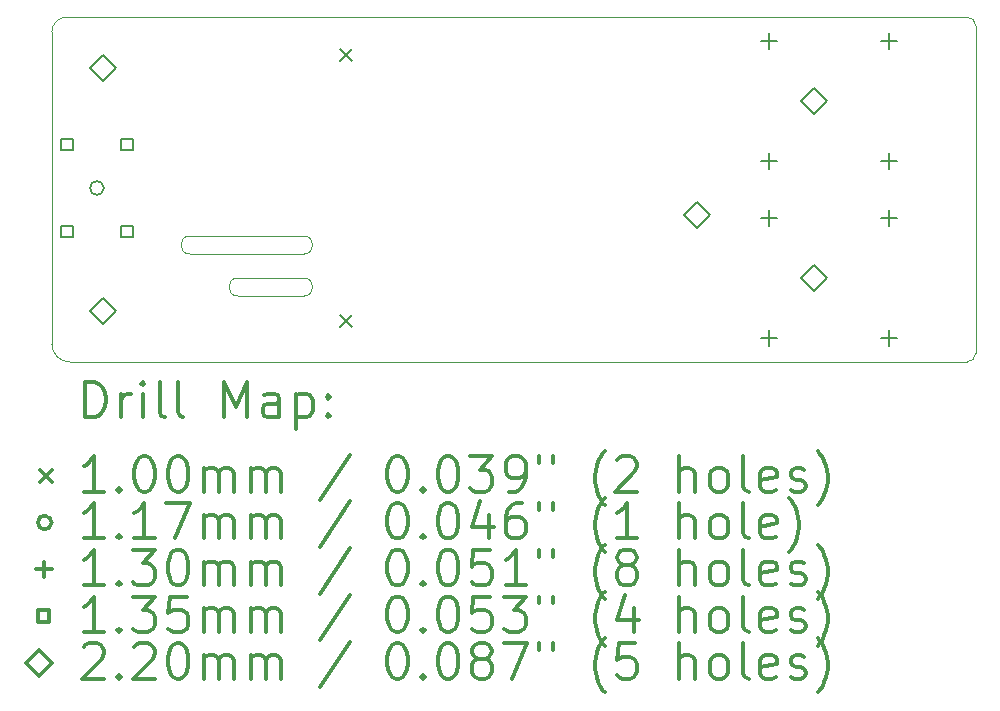
<source format=gbr>
%FSLAX45Y45*%
G04 Gerber Fmt 4.5, Leading zero omitted, Abs format (unit mm)*
G04 Created by KiCad (PCBNEW (5.1.6-0)) date 2022-02-03 18:07:15*
%MOMM*%
%LPD*%
G01*
G04 APERTURE LIST*
%TA.AperFunction,Profile*%
%ADD10C,0.050000*%
%TD*%
%ADD11C,0.200000*%
%ADD12C,0.300000*%
G04 APERTURE END LIST*
D10*
X11760200Y-9804400D02*
X11201400Y-9804400D01*
X11201400Y-9652000D02*
X11760200Y-9652000D01*
X11760200Y-9652000D02*
G75*
G02*
X11760200Y-9804400I0J-76200D01*
G01*
X11201400Y-9804400D02*
G75*
G02*
X11201400Y-9652000I0J76200D01*
G01*
X11760200Y-9296400D02*
G75*
G02*
X11760200Y-9448800I0J-76200D01*
G01*
X10795000Y-9448800D02*
G75*
G02*
X10795000Y-9296400I0J76200D01*
G01*
X11760200Y-9448800D02*
X10795000Y-9448800D01*
X10795000Y-9296400D02*
X11760200Y-9296400D01*
X9626600Y-7569200D02*
G75*
G02*
X9753600Y-7442200I127000J0D01*
G01*
X9779000Y-10363200D02*
G75*
G02*
X9626600Y-10210800I0J152400D01*
G01*
X17373600Y-7442200D02*
G75*
G02*
X17449800Y-7518400I0J-76200D01*
G01*
X17449800Y-10287000D02*
G75*
G02*
X17373600Y-10363200I-76200J0D01*
G01*
X9626600Y-7569200D02*
X9626600Y-10210800D01*
X17449800Y-7518400D02*
X17449800Y-10287000D01*
X9753600Y-7442200D02*
X17373600Y-7442200D01*
X17373600Y-10363200D02*
X9779000Y-10363200D01*
D11*
X12069000Y-7715000D02*
X12169000Y-7815000D01*
X12169000Y-7715000D02*
X12069000Y-7815000D01*
X12069000Y-9965000D02*
X12169000Y-10065000D01*
X12169000Y-9965000D02*
X12069000Y-10065000D01*
X10066100Y-8890000D02*
G75*
G03*
X10066100Y-8890000I-58500J0D01*
G01*
X15698200Y-7580400D02*
X15698200Y-7710400D01*
X15633200Y-7645400D02*
X15763200Y-7645400D01*
X15698200Y-8596400D02*
X15698200Y-8726400D01*
X15633200Y-8661400D02*
X15763200Y-8661400D01*
X16714200Y-7580400D02*
X16714200Y-7710400D01*
X16649200Y-7645400D02*
X16779200Y-7645400D01*
X16714200Y-8596400D02*
X16714200Y-8726400D01*
X16649200Y-8661400D02*
X16779200Y-8661400D01*
X15698200Y-9079000D02*
X15698200Y-9209000D01*
X15633200Y-9144000D02*
X15763200Y-9144000D01*
X15698200Y-10095000D02*
X15698200Y-10225000D01*
X15633200Y-10160000D02*
X15763200Y-10160000D01*
X16714200Y-9079000D02*
X16714200Y-9209000D01*
X16649200Y-9144000D02*
X16779200Y-9144000D01*
X16714200Y-10095000D02*
X16714200Y-10225000D01*
X16649200Y-10160000D02*
X16779200Y-10160000D01*
X9801330Y-8567730D02*
X9801330Y-8472270D01*
X9705870Y-8472270D01*
X9705870Y-8567730D01*
X9801330Y-8567730D01*
X9801330Y-9307730D02*
X9801330Y-9212270D01*
X9705870Y-9212270D01*
X9705870Y-9307730D01*
X9801330Y-9307730D01*
X10309330Y-8567730D02*
X10309330Y-8472270D01*
X10213870Y-8472270D01*
X10213870Y-8567730D01*
X10309330Y-8567730D01*
X10309330Y-9307730D02*
X10309330Y-9212270D01*
X10213870Y-9212270D01*
X10213870Y-9307730D01*
X10309330Y-9307730D01*
X10058400Y-10041400D02*
X10168400Y-9931400D01*
X10058400Y-9821400D01*
X9948400Y-9931400D01*
X10058400Y-10041400D01*
X10058400Y-7984000D02*
X10168400Y-7874000D01*
X10058400Y-7764000D01*
X9948400Y-7874000D01*
X10058400Y-7984000D01*
X15087600Y-9228600D02*
X15197600Y-9118600D01*
X15087600Y-9008600D01*
X14977600Y-9118600D01*
X15087600Y-9228600D01*
X16078200Y-8263400D02*
X16188200Y-8153400D01*
X16078200Y-8043400D01*
X15968200Y-8153400D01*
X16078200Y-8263400D01*
X16078200Y-9762000D02*
X16188200Y-9652000D01*
X16078200Y-9542000D01*
X15968200Y-9652000D01*
X16078200Y-9762000D01*
D12*
X9910528Y-10831414D02*
X9910528Y-10531414D01*
X9981957Y-10531414D01*
X10024814Y-10545700D01*
X10053386Y-10574272D01*
X10067671Y-10602843D01*
X10081957Y-10659986D01*
X10081957Y-10702843D01*
X10067671Y-10759986D01*
X10053386Y-10788557D01*
X10024814Y-10817129D01*
X9981957Y-10831414D01*
X9910528Y-10831414D01*
X10210528Y-10831414D02*
X10210528Y-10631414D01*
X10210528Y-10688557D02*
X10224814Y-10659986D01*
X10239100Y-10645700D01*
X10267671Y-10631414D01*
X10296243Y-10631414D01*
X10396243Y-10831414D02*
X10396243Y-10631414D01*
X10396243Y-10531414D02*
X10381957Y-10545700D01*
X10396243Y-10559986D01*
X10410528Y-10545700D01*
X10396243Y-10531414D01*
X10396243Y-10559986D01*
X10581957Y-10831414D02*
X10553386Y-10817129D01*
X10539100Y-10788557D01*
X10539100Y-10531414D01*
X10739100Y-10831414D02*
X10710528Y-10817129D01*
X10696243Y-10788557D01*
X10696243Y-10531414D01*
X11081957Y-10831414D02*
X11081957Y-10531414D01*
X11181957Y-10745700D01*
X11281957Y-10531414D01*
X11281957Y-10831414D01*
X11553386Y-10831414D02*
X11553386Y-10674272D01*
X11539100Y-10645700D01*
X11510528Y-10631414D01*
X11453386Y-10631414D01*
X11424814Y-10645700D01*
X11553386Y-10817129D02*
X11524814Y-10831414D01*
X11453386Y-10831414D01*
X11424814Y-10817129D01*
X11410528Y-10788557D01*
X11410528Y-10759986D01*
X11424814Y-10731414D01*
X11453386Y-10717129D01*
X11524814Y-10717129D01*
X11553386Y-10702843D01*
X11696243Y-10631414D02*
X11696243Y-10931414D01*
X11696243Y-10645700D02*
X11724814Y-10631414D01*
X11781957Y-10631414D01*
X11810528Y-10645700D01*
X11824814Y-10659986D01*
X11839100Y-10688557D01*
X11839100Y-10774272D01*
X11824814Y-10802843D01*
X11810528Y-10817129D01*
X11781957Y-10831414D01*
X11724814Y-10831414D01*
X11696243Y-10817129D01*
X11967671Y-10802843D02*
X11981957Y-10817129D01*
X11967671Y-10831414D01*
X11953386Y-10817129D01*
X11967671Y-10802843D01*
X11967671Y-10831414D01*
X11967671Y-10645700D02*
X11981957Y-10659986D01*
X11967671Y-10674272D01*
X11953386Y-10659986D01*
X11967671Y-10645700D01*
X11967671Y-10674272D01*
X9524100Y-11275700D02*
X9624100Y-11375700D01*
X9624100Y-11275700D02*
X9524100Y-11375700D01*
X10067671Y-11461414D02*
X9896243Y-11461414D01*
X9981957Y-11461414D02*
X9981957Y-11161414D01*
X9953386Y-11204271D01*
X9924814Y-11232843D01*
X9896243Y-11247129D01*
X10196243Y-11432843D02*
X10210528Y-11447129D01*
X10196243Y-11461414D01*
X10181957Y-11447129D01*
X10196243Y-11432843D01*
X10196243Y-11461414D01*
X10396243Y-11161414D02*
X10424814Y-11161414D01*
X10453386Y-11175700D01*
X10467671Y-11189986D01*
X10481957Y-11218557D01*
X10496243Y-11275700D01*
X10496243Y-11347129D01*
X10481957Y-11404271D01*
X10467671Y-11432843D01*
X10453386Y-11447129D01*
X10424814Y-11461414D01*
X10396243Y-11461414D01*
X10367671Y-11447129D01*
X10353386Y-11432843D01*
X10339100Y-11404271D01*
X10324814Y-11347129D01*
X10324814Y-11275700D01*
X10339100Y-11218557D01*
X10353386Y-11189986D01*
X10367671Y-11175700D01*
X10396243Y-11161414D01*
X10681957Y-11161414D02*
X10710528Y-11161414D01*
X10739100Y-11175700D01*
X10753386Y-11189986D01*
X10767671Y-11218557D01*
X10781957Y-11275700D01*
X10781957Y-11347129D01*
X10767671Y-11404271D01*
X10753386Y-11432843D01*
X10739100Y-11447129D01*
X10710528Y-11461414D01*
X10681957Y-11461414D01*
X10653386Y-11447129D01*
X10639100Y-11432843D01*
X10624814Y-11404271D01*
X10610528Y-11347129D01*
X10610528Y-11275700D01*
X10624814Y-11218557D01*
X10639100Y-11189986D01*
X10653386Y-11175700D01*
X10681957Y-11161414D01*
X10910528Y-11461414D02*
X10910528Y-11261414D01*
X10910528Y-11289986D02*
X10924814Y-11275700D01*
X10953386Y-11261414D01*
X10996243Y-11261414D01*
X11024814Y-11275700D01*
X11039100Y-11304271D01*
X11039100Y-11461414D01*
X11039100Y-11304271D02*
X11053386Y-11275700D01*
X11081957Y-11261414D01*
X11124814Y-11261414D01*
X11153386Y-11275700D01*
X11167671Y-11304271D01*
X11167671Y-11461414D01*
X11310528Y-11461414D02*
X11310528Y-11261414D01*
X11310528Y-11289986D02*
X11324814Y-11275700D01*
X11353386Y-11261414D01*
X11396243Y-11261414D01*
X11424814Y-11275700D01*
X11439100Y-11304271D01*
X11439100Y-11461414D01*
X11439100Y-11304271D02*
X11453386Y-11275700D01*
X11481957Y-11261414D01*
X11524814Y-11261414D01*
X11553386Y-11275700D01*
X11567671Y-11304271D01*
X11567671Y-11461414D01*
X12153386Y-11147129D02*
X11896243Y-11532843D01*
X12539100Y-11161414D02*
X12567671Y-11161414D01*
X12596243Y-11175700D01*
X12610528Y-11189986D01*
X12624814Y-11218557D01*
X12639100Y-11275700D01*
X12639100Y-11347129D01*
X12624814Y-11404271D01*
X12610528Y-11432843D01*
X12596243Y-11447129D01*
X12567671Y-11461414D01*
X12539100Y-11461414D01*
X12510528Y-11447129D01*
X12496243Y-11432843D01*
X12481957Y-11404271D01*
X12467671Y-11347129D01*
X12467671Y-11275700D01*
X12481957Y-11218557D01*
X12496243Y-11189986D01*
X12510528Y-11175700D01*
X12539100Y-11161414D01*
X12767671Y-11432843D02*
X12781957Y-11447129D01*
X12767671Y-11461414D01*
X12753386Y-11447129D01*
X12767671Y-11432843D01*
X12767671Y-11461414D01*
X12967671Y-11161414D02*
X12996243Y-11161414D01*
X13024814Y-11175700D01*
X13039100Y-11189986D01*
X13053386Y-11218557D01*
X13067671Y-11275700D01*
X13067671Y-11347129D01*
X13053386Y-11404271D01*
X13039100Y-11432843D01*
X13024814Y-11447129D01*
X12996243Y-11461414D01*
X12967671Y-11461414D01*
X12939100Y-11447129D01*
X12924814Y-11432843D01*
X12910528Y-11404271D01*
X12896243Y-11347129D01*
X12896243Y-11275700D01*
X12910528Y-11218557D01*
X12924814Y-11189986D01*
X12939100Y-11175700D01*
X12967671Y-11161414D01*
X13167671Y-11161414D02*
X13353386Y-11161414D01*
X13253386Y-11275700D01*
X13296243Y-11275700D01*
X13324814Y-11289986D01*
X13339100Y-11304271D01*
X13353386Y-11332843D01*
X13353386Y-11404271D01*
X13339100Y-11432843D01*
X13324814Y-11447129D01*
X13296243Y-11461414D01*
X13210528Y-11461414D01*
X13181957Y-11447129D01*
X13167671Y-11432843D01*
X13496243Y-11461414D02*
X13553386Y-11461414D01*
X13581957Y-11447129D01*
X13596243Y-11432843D01*
X13624814Y-11389986D01*
X13639100Y-11332843D01*
X13639100Y-11218557D01*
X13624814Y-11189986D01*
X13610528Y-11175700D01*
X13581957Y-11161414D01*
X13524814Y-11161414D01*
X13496243Y-11175700D01*
X13481957Y-11189986D01*
X13467671Y-11218557D01*
X13467671Y-11289986D01*
X13481957Y-11318557D01*
X13496243Y-11332843D01*
X13524814Y-11347129D01*
X13581957Y-11347129D01*
X13610528Y-11332843D01*
X13624814Y-11318557D01*
X13639100Y-11289986D01*
X13753386Y-11161414D02*
X13753386Y-11218557D01*
X13867671Y-11161414D02*
X13867671Y-11218557D01*
X14310528Y-11575700D02*
X14296243Y-11561414D01*
X14267671Y-11518557D01*
X14253386Y-11489986D01*
X14239100Y-11447129D01*
X14224814Y-11375700D01*
X14224814Y-11318557D01*
X14239100Y-11247129D01*
X14253386Y-11204271D01*
X14267671Y-11175700D01*
X14296243Y-11132843D01*
X14310528Y-11118557D01*
X14410528Y-11189986D02*
X14424814Y-11175700D01*
X14453386Y-11161414D01*
X14524814Y-11161414D01*
X14553386Y-11175700D01*
X14567671Y-11189986D01*
X14581957Y-11218557D01*
X14581957Y-11247129D01*
X14567671Y-11289986D01*
X14396243Y-11461414D01*
X14581957Y-11461414D01*
X14939100Y-11461414D02*
X14939100Y-11161414D01*
X15067671Y-11461414D02*
X15067671Y-11304271D01*
X15053386Y-11275700D01*
X15024814Y-11261414D01*
X14981957Y-11261414D01*
X14953386Y-11275700D01*
X14939100Y-11289986D01*
X15253386Y-11461414D02*
X15224814Y-11447129D01*
X15210528Y-11432843D01*
X15196243Y-11404271D01*
X15196243Y-11318557D01*
X15210528Y-11289986D01*
X15224814Y-11275700D01*
X15253386Y-11261414D01*
X15296243Y-11261414D01*
X15324814Y-11275700D01*
X15339100Y-11289986D01*
X15353386Y-11318557D01*
X15353386Y-11404271D01*
X15339100Y-11432843D01*
X15324814Y-11447129D01*
X15296243Y-11461414D01*
X15253386Y-11461414D01*
X15524814Y-11461414D02*
X15496243Y-11447129D01*
X15481957Y-11418557D01*
X15481957Y-11161414D01*
X15753386Y-11447129D02*
X15724814Y-11461414D01*
X15667671Y-11461414D01*
X15639100Y-11447129D01*
X15624814Y-11418557D01*
X15624814Y-11304271D01*
X15639100Y-11275700D01*
X15667671Y-11261414D01*
X15724814Y-11261414D01*
X15753386Y-11275700D01*
X15767671Y-11304271D01*
X15767671Y-11332843D01*
X15624814Y-11361414D01*
X15881957Y-11447129D02*
X15910528Y-11461414D01*
X15967671Y-11461414D01*
X15996243Y-11447129D01*
X16010528Y-11418557D01*
X16010528Y-11404271D01*
X15996243Y-11375700D01*
X15967671Y-11361414D01*
X15924814Y-11361414D01*
X15896243Y-11347129D01*
X15881957Y-11318557D01*
X15881957Y-11304271D01*
X15896243Y-11275700D01*
X15924814Y-11261414D01*
X15967671Y-11261414D01*
X15996243Y-11275700D01*
X16110528Y-11575700D02*
X16124814Y-11561414D01*
X16153386Y-11518557D01*
X16167671Y-11489986D01*
X16181957Y-11447129D01*
X16196243Y-11375700D01*
X16196243Y-11318557D01*
X16181957Y-11247129D01*
X16167671Y-11204271D01*
X16153386Y-11175700D01*
X16124814Y-11132843D01*
X16110528Y-11118557D01*
X9624100Y-11721700D02*
G75*
G03*
X9624100Y-11721700I-58500J0D01*
G01*
X10067671Y-11857414D02*
X9896243Y-11857414D01*
X9981957Y-11857414D02*
X9981957Y-11557414D01*
X9953386Y-11600271D01*
X9924814Y-11628843D01*
X9896243Y-11643129D01*
X10196243Y-11828843D02*
X10210528Y-11843129D01*
X10196243Y-11857414D01*
X10181957Y-11843129D01*
X10196243Y-11828843D01*
X10196243Y-11857414D01*
X10496243Y-11857414D02*
X10324814Y-11857414D01*
X10410528Y-11857414D02*
X10410528Y-11557414D01*
X10381957Y-11600271D01*
X10353386Y-11628843D01*
X10324814Y-11643129D01*
X10596243Y-11557414D02*
X10796243Y-11557414D01*
X10667671Y-11857414D01*
X10910528Y-11857414D02*
X10910528Y-11657414D01*
X10910528Y-11685986D02*
X10924814Y-11671700D01*
X10953386Y-11657414D01*
X10996243Y-11657414D01*
X11024814Y-11671700D01*
X11039100Y-11700271D01*
X11039100Y-11857414D01*
X11039100Y-11700271D02*
X11053386Y-11671700D01*
X11081957Y-11657414D01*
X11124814Y-11657414D01*
X11153386Y-11671700D01*
X11167671Y-11700271D01*
X11167671Y-11857414D01*
X11310528Y-11857414D02*
X11310528Y-11657414D01*
X11310528Y-11685986D02*
X11324814Y-11671700D01*
X11353386Y-11657414D01*
X11396243Y-11657414D01*
X11424814Y-11671700D01*
X11439100Y-11700271D01*
X11439100Y-11857414D01*
X11439100Y-11700271D02*
X11453386Y-11671700D01*
X11481957Y-11657414D01*
X11524814Y-11657414D01*
X11553386Y-11671700D01*
X11567671Y-11700271D01*
X11567671Y-11857414D01*
X12153386Y-11543129D02*
X11896243Y-11928843D01*
X12539100Y-11557414D02*
X12567671Y-11557414D01*
X12596243Y-11571700D01*
X12610528Y-11585986D01*
X12624814Y-11614557D01*
X12639100Y-11671700D01*
X12639100Y-11743129D01*
X12624814Y-11800271D01*
X12610528Y-11828843D01*
X12596243Y-11843129D01*
X12567671Y-11857414D01*
X12539100Y-11857414D01*
X12510528Y-11843129D01*
X12496243Y-11828843D01*
X12481957Y-11800271D01*
X12467671Y-11743129D01*
X12467671Y-11671700D01*
X12481957Y-11614557D01*
X12496243Y-11585986D01*
X12510528Y-11571700D01*
X12539100Y-11557414D01*
X12767671Y-11828843D02*
X12781957Y-11843129D01*
X12767671Y-11857414D01*
X12753386Y-11843129D01*
X12767671Y-11828843D01*
X12767671Y-11857414D01*
X12967671Y-11557414D02*
X12996243Y-11557414D01*
X13024814Y-11571700D01*
X13039100Y-11585986D01*
X13053386Y-11614557D01*
X13067671Y-11671700D01*
X13067671Y-11743129D01*
X13053386Y-11800271D01*
X13039100Y-11828843D01*
X13024814Y-11843129D01*
X12996243Y-11857414D01*
X12967671Y-11857414D01*
X12939100Y-11843129D01*
X12924814Y-11828843D01*
X12910528Y-11800271D01*
X12896243Y-11743129D01*
X12896243Y-11671700D01*
X12910528Y-11614557D01*
X12924814Y-11585986D01*
X12939100Y-11571700D01*
X12967671Y-11557414D01*
X13324814Y-11657414D02*
X13324814Y-11857414D01*
X13253386Y-11543129D02*
X13181957Y-11757414D01*
X13367671Y-11757414D01*
X13610528Y-11557414D02*
X13553386Y-11557414D01*
X13524814Y-11571700D01*
X13510528Y-11585986D01*
X13481957Y-11628843D01*
X13467671Y-11685986D01*
X13467671Y-11800271D01*
X13481957Y-11828843D01*
X13496243Y-11843129D01*
X13524814Y-11857414D01*
X13581957Y-11857414D01*
X13610528Y-11843129D01*
X13624814Y-11828843D01*
X13639100Y-11800271D01*
X13639100Y-11728843D01*
X13624814Y-11700271D01*
X13610528Y-11685986D01*
X13581957Y-11671700D01*
X13524814Y-11671700D01*
X13496243Y-11685986D01*
X13481957Y-11700271D01*
X13467671Y-11728843D01*
X13753386Y-11557414D02*
X13753386Y-11614557D01*
X13867671Y-11557414D02*
X13867671Y-11614557D01*
X14310528Y-11971700D02*
X14296243Y-11957414D01*
X14267671Y-11914557D01*
X14253386Y-11885986D01*
X14239100Y-11843129D01*
X14224814Y-11771700D01*
X14224814Y-11714557D01*
X14239100Y-11643129D01*
X14253386Y-11600271D01*
X14267671Y-11571700D01*
X14296243Y-11528843D01*
X14310528Y-11514557D01*
X14581957Y-11857414D02*
X14410528Y-11857414D01*
X14496243Y-11857414D02*
X14496243Y-11557414D01*
X14467671Y-11600271D01*
X14439100Y-11628843D01*
X14410528Y-11643129D01*
X14939100Y-11857414D02*
X14939100Y-11557414D01*
X15067671Y-11857414D02*
X15067671Y-11700271D01*
X15053386Y-11671700D01*
X15024814Y-11657414D01*
X14981957Y-11657414D01*
X14953386Y-11671700D01*
X14939100Y-11685986D01*
X15253386Y-11857414D02*
X15224814Y-11843129D01*
X15210528Y-11828843D01*
X15196243Y-11800271D01*
X15196243Y-11714557D01*
X15210528Y-11685986D01*
X15224814Y-11671700D01*
X15253386Y-11657414D01*
X15296243Y-11657414D01*
X15324814Y-11671700D01*
X15339100Y-11685986D01*
X15353386Y-11714557D01*
X15353386Y-11800271D01*
X15339100Y-11828843D01*
X15324814Y-11843129D01*
X15296243Y-11857414D01*
X15253386Y-11857414D01*
X15524814Y-11857414D02*
X15496243Y-11843129D01*
X15481957Y-11814557D01*
X15481957Y-11557414D01*
X15753386Y-11843129D02*
X15724814Y-11857414D01*
X15667671Y-11857414D01*
X15639100Y-11843129D01*
X15624814Y-11814557D01*
X15624814Y-11700271D01*
X15639100Y-11671700D01*
X15667671Y-11657414D01*
X15724814Y-11657414D01*
X15753386Y-11671700D01*
X15767671Y-11700271D01*
X15767671Y-11728843D01*
X15624814Y-11757414D01*
X15867671Y-11971700D02*
X15881957Y-11957414D01*
X15910528Y-11914557D01*
X15924814Y-11885986D01*
X15939100Y-11843129D01*
X15953386Y-11771700D01*
X15953386Y-11714557D01*
X15939100Y-11643129D01*
X15924814Y-11600271D01*
X15910528Y-11571700D01*
X15881957Y-11528843D01*
X15867671Y-11514557D01*
X9559100Y-12052700D02*
X9559100Y-12182700D01*
X9494100Y-12117700D02*
X9624100Y-12117700D01*
X10067671Y-12253414D02*
X9896243Y-12253414D01*
X9981957Y-12253414D02*
X9981957Y-11953414D01*
X9953386Y-11996271D01*
X9924814Y-12024843D01*
X9896243Y-12039129D01*
X10196243Y-12224843D02*
X10210528Y-12239129D01*
X10196243Y-12253414D01*
X10181957Y-12239129D01*
X10196243Y-12224843D01*
X10196243Y-12253414D01*
X10310528Y-11953414D02*
X10496243Y-11953414D01*
X10396243Y-12067700D01*
X10439100Y-12067700D01*
X10467671Y-12081986D01*
X10481957Y-12096271D01*
X10496243Y-12124843D01*
X10496243Y-12196271D01*
X10481957Y-12224843D01*
X10467671Y-12239129D01*
X10439100Y-12253414D01*
X10353386Y-12253414D01*
X10324814Y-12239129D01*
X10310528Y-12224843D01*
X10681957Y-11953414D02*
X10710528Y-11953414D01*
X10739100Y-11967700D01*
X10753386Y-11981986D01*
X10767671Y-12010557D01*
X10781957Y-12067700D01*
X10781957Y-12139129D01*
X10767671Y-12196271D01*
X10753386Y-12224843D01*
X10739100Y-12239129D01*
X10710528Y-12253414D01*
X10681957Y-12253414D01*
X10653386Y-12239129D01*
X10639100Y-12224843D01*
X10624814Y-12196271D01*
X10610528Y-12139129D01*
X10610528Y-12067700D01*
X10624814Y-12010557D01*
X10639100Y-11981986D01*
X10653386Y-11967700D01*
X10681957Y-11953414D01*
X10910528Y-12253414D02*
X10910528Y-12053414D01*
X10910528Y-12081986D02*
X10924814Y-12067700D01*
X10953386Y-12053414D01*
X10996243Y-12053414D01*
X11024814Y-12067700D01*
X11039100Y-12096271D01*
X11039100Y-12253414D01*
X11039100Y-12096271D02*
X11053386Y-12067700D01*
X11081957Y-12053414D01*
X11124814Y-12053414D01*
X11153386Y-12067700D01*
X11167671Y-12096271D01*
X11167671Y-12253414D01*
X11310528Y-12253414D02*
X11310528Y-12053414D01*
X11310528Y-12081986D02*
X11324814Y-12067700D01*
X11353386Y-12053414D01*
X11396243Y-12053414D01*
X11424814Y-12067700D01*
X11439100Y-12096271D01*
X11439100Y-12253414D01*
X11439100Y-12096271D02*
X11453386Y-12067700D01*
X11481957Y-12053414D01*
X11524814Y-12053414D01*
X11553386Y-12067700D01*
X11567671Y-12096271D01*
X11567671Y-12253414D01*
X12153386Y-11939129D02*
X11896243Y-12324843D01*
X12539100Y-11953414D02*
X12567671Y-11953414D01*
X12596243Y-11967700D01*
X12610528Y-11981986D01*
X12624814Y-12010557D01*
X12639100Y-12067700D01*
X12639100Y-12139129D01*
X12624814Y-12196271D01*
X12610528Y-12224843D01*
X12596243Y-12239129D01*
X12567671Y-12253414D01*
X12539100Y-12253414D01*
X12510528Y-12239129D01*
X12496243Y-12224843D01*
X12481957Y-12196271D01*
X12467671Y-12139129D01*
X12467671Y-12067700D01*
X12481957Y-12010557D01*
X12496243Y-11981986D01*
X12510528Y-11967700D01*
X12539100Y-11953414D01*
X12767671Y-12224843D02*
X12781957Y-12239129D01*
X12767671Y-12253414D01*
X12753386Y-12239129D01*
X12767671Y-12224843D01*
X12767671Y-12253414D01*
X12967671Y-11953414D02*
X12996243Y-11953414D01*
X13024814Y-11967700D01*
X13039100Y-11981986D01*
X13053386Y-12010557D01*
X13067671Y-12067700D01*
X13067671Y-12139129D01*
X13053386Y-12196271D01*
X13039100Y-12224843D01*
X13024814Y-12239129D01*
X12996243Y-12253414D01*
X12967671Y-12253414D01*
X12939100Y-12239129D01*
X12924814Y-12224843D01*
X12910528Y-12196271D01*
X12896243Y-12139129D01*
X12896243Y-12067700D01*
X12910528Y-12010557D01*
X12924814Y-11981986D01*
X12939100Y-11967700D01*
X12967671Y-11953414D01*
X13339100Y-11953414D02*
X13196243Y-11953414D01*
X13181957Y-12096271D01*
X13196243Y-12081986D01*
X13224814Y-12067700D01*
X13296243Y-12067700D01*
X13324814Y-12081986D01*
X13339100Y-12096271D01*
X13353386Y-12124843D01*
X13353386Y-12196271D01*
X13339100Y-12224843D01*
X13324814Y-12239129D01*
X13296243Y-12253414D01*
X13224814Y-12253414D01*
X13196243Y-12239129D01*
X13181957Y-12224843D01*
X13639100Y-12253414D02*
X13467671Y-12253414D01*
X13553386Y-12253414D02*
X13553386Y-11953414D01*
X13524814Y-11996271D01*
X13496243Y-12024843D01*
X13467671Y-12039129D01*
X13753386Y-11953414D02*
X13753386Y-12010557D01*
X13867671Y-11953414D02*
X13867671Y-12010557D01*
X14310528Y-12367700D02*
X14296243Y-12353414D01*
X14267671Y-12310557D01*
X14253386Y-12281986D01*
X14239100Y-12239129D01*
X14224814Y-12167700D01*
X14224814Y-12110557D01*
X14239100Y-12039129D01*
X14253386Y-11996271D01*
X14267671Y-11967700D01*
X14296243Y-11924843D01*
X14310528Y-11910557D01*
X14467671Y-12081986D02*
X14439100Y-12067700D01*
X14424814Y-12053414D01*
X14410528Y-12024843D01*
X14410528Y-12010557D01*
X14424814Y-11981986D01*
X14439100Y-11967700D01*
X14467671Y-11953414D01*
X14524814Y-11953414D01*
X14553386Y-11967700D01*
X14567671Y-11981986D01*
X14581957Y-12010557D01*
X14581957Y-12024843D01*
X14567671Y-12053414D01*
X14553386Y-12067700D01*
X14524814Y-12081986D01*
X14467671Y-12081986D01*
X14439100Y-12096271D01*
X14424814Y-12110557D01*
X14410528Y-12139129D01*
X14410528Y-12196271D01*
X14424814Y-12224843D01*
X14439100Y-12239129D01*
X14467671Y-12253414D01*
X14524814Y-12253414D01*
X14553386Y-12239129D01*
X14567671Y-12224843D01*
X14581957Y-12196271D01*
X14581957Y-12139129D01*
X14567671Y-12110557D01*
X14553386Y-12096271D01*
X14524814Y-12081986D01*
X14939100Y-12253414D02*
X14939100Y-11953414D01*
X15067671Y-12253414D02*
X15067671Y-12096271D01*
X15053386Y-12067700D01*
X15024814Y-12053414D01*
X14981957Y-12053414D01*
X14953386Y-12067700D01*
X14939100Y-12081986D01*
X15253386Y-12253414D02*
X15224814Y-12239129D01*
X15210528Y-12224843D01*
X15196243Y-12196271D01*
X15196243Y-12110557D01*
X15210528Y-12081986D01*
X15224814Y-12067700D01*
X15253386Y-12053414D01*
X15296243Y-12053414D01*
X15324814Y-12067700D01*
X15339100Y-12081986D01*
X15353386Y-12110557D01*
X15353386Y-12196271D01*
X15339100Y-12224843D01*
X15324814Y-12239129D01*
X15296243Y-12253414D01*
X15253386Y-12253414D01*
X15524814Y-12253414D02*
X15496243Y-12239129D01*
X15481957Y-12210557D01*
X15481957Y-11953414D01*
X15753386Y-12239129D02*
X15724814Y-12253414D01*
X15667671Y-12253414D01*
X15639100Y-12239129D01*
X15624814Y-12210557D01*
X15624814Y-12096271D01*
X15639100Y-12067700D01*
X15667671Y-12053414D01*
X15724814Y-12053414D01*
X15753386Y-12067700D01*
X15767671Y-12096271D01*
X15767671Y-12124843D01*
X15624814Y-12153414D01*
X15881957Y-12239129D02*
X15910528Y-12253414D01*
X15967671Y-12253414D01*
X15996243Y-12239129D01*
X16010528Y-12210557D01*
X16010528Y-12196271D01*
X15996243Y-12167700D01*
X15967671Y-12153414D01*
X15924814Y-12153414D01*
X15896243Y-12139129D01*
X15881957Y-12110557D01*
X15881957Y-12096271D01*
X15896243Y-12067700D01*
X15924814Y-12053414D01*
X15967671Y-12053414D01*
X15996243Y-12067700D01*
X16110528Y-12367700D02*
X16124814Y-12353414D01*
X16153386Y-12310557D01*
X16167671Y-12281986D01*
X16181957Y-12239129D01*
X16196243Y-12167700D01*
X16196243Y-12110557D01*
X16181957Y-12039129D01*
X16167671Y-11996271D01*
X16153386Y-11967700D01*
X16124814Y-11924843D01*
X16110528Y-11910557D01*
X9604330Y-12561430D02*
X9604330Y-12465970D01*
X9508870Y-12465970D01*
X9508870Y-12561430D01*
X9604330Y-12561430D01*
X10067671Y-12649414D02*
X9896243Y-12649414D01*
X9981957Y-12649414D02*
X9981957Y-12349414D01*
X9953386Y-12392271D01*
X9924814Y-12420843D01*
X9896243Y-12435129D01*
X10196243Y-12620843D02*
X10210528Y-12635129D01*
X10196243Y-12649414D01*
X10181957Y-12635129D01*
X10196243Y-12620843D01*
X10196243Y-12649414D01*
X10310528Y-12349414D02*
X10496243Y-12349414D01*
X10396243Y-12463700D01*
X10439100Y-12463700D01*
X10467671Y-12477986D01*
X10481957Y-12492271D01*
X10496243Y-12520843D01*
X10496243Y-12592271D01*
X10481957Y-12620843D01*
X10467671Y-12635129D01*
X10439100Y-12649414D01*
X10353386Y-12649414D01*
X10324814Y-12635129D01*
X10310528Y-12620843D01*
X10767671Y-12349414D02*
X10624814Y-12349414D01*
X10610528Y-12492271D01*
X10624814Y-12477986D01*
X10653386Y-12463700D01*
X10724814Y-12463700D01*
X10753386Y-12477986D01*
X10767671Y-12492271D01*
X10781957Y-12520843D01*
X10781957Y-12592271D01*
X10767671Y-12620843D01*
X10753386Y-12635129D01*
X10724814Y-12649414D01*
X10653386Y-12649414D01*
X10624814Y-12635129D01*
X10610528Y-12620843D01*
X10910528Y-12649414D02*
X10910528Y-12449414D01*
X10910528Y-12477986D02*
X10924814Y-12463700D01*
X10953386Y-12449414D01*
X10996243Y-12449414D01*
X11024814Y-12463700D01*
X11039100Y-12492271D01*
X11039100Y-12649414D01*
X11039100Y-12492271D02*
X11053386Y-12463700D01*
X11081957Y-12449414D01*
X11124814Y-12449414D01*
X11153386Y-12463700D01*
X11167671Y-12492271D01*
X11167671Y-12649414D01*
X11310528Y-12649414D02*
X11310528Y-12449414D01*
X11310528Y-12477986D02*
X11324814Y-12463700D01*
X11353386Y-12449414D01*
X11396243Y-12449414D01*
X11424814Y-12463700D01*
X11439100Y-12492271D01*
X11439100Y-12649414D01*
X11439100Y-12492271D02*
X11453386Y-12463700D01*
X11481957Y-12449414D01*
X11524814Y-12449414D01*
X11553386Y-12463700D01*
X11567671Y-12492271D01*
X11567671Y-12649414D01*
X12153386Y-12335129D02*
X11896243Y-12720843D01*
X12539100Y-12349414D02*
X12567671Y-12349414D01*
X12596243Y-12363700D01*
X12610528Y-12377986D01*
X12624814Y-12406557D01*
X12639100Y-12463700D01*
X12639100Y-12535129D01*
X12624814Y-12592271D01*
X12610528Y-12620843D01*
X12596243Y-12635129D01*
X12567671Y-12649414D01*
X12539100Y-12649414D01*
X12510528Y-12635129D01*
X12496243Y-12620843D01*
X12481957Y-12592271D01*
X12467671Y-12535129D01*
X12467671Y-12463700D01*
X12481957Y-12406557D01*
X12496243Y-12377986D01*
X12510528Y-12363700D01*
X12539100Y-12349414D01*
X12767671Y-12620843D02*
X12781957Y-12635129D01*
X12767671Y-12649414D01*
X12753386Y-12635129D01*
X12767671Y-12620843D01*
X12767671Y-12649414D01*
X12967671Y-12349414D02*
X12996243Y-12349414D01*
X13024814Y-12363700D01*
X13039100Y-12377986D01*
X13053386Y-12406557D01*
X13067671Y-12463700D01*
X13067671Y-12535129D01*
X13053386Y-12592271D01*
X13039100Y-12620843D01*
X13024814Y-12635129D01*
X12996243Y-12649414D01*
X12967671Y-12649414D01*
X12939100Y-12635129D01*
X12924814Y-12620843D01*
X12910528Y-12592271D01*
X12896243Y-12535129D01*
X12896243Y-12463700D01*
X12910528Y-12406557D01*
X12924814Y-12377986D01*
X12939100Y-12363700D01*
X12967671Y-12349414D01*
X13339100Y-12349414D02*
X13196243Y-12349414D01*
X13181957Y-12492271D01*
X13196243Y-12477986D01*
X13224814Y-12463700D01*
X13296243Y-12463700D01*
X13324814Y-12477986D01*
X13339100Y-12492271D01*
X13353386Y-12520843D01*
X13353386Y-12592271D01*
X13339100Y-12620843D01*
X13324814Y-12635129D01*
X13296243Y-12649414D01*
X13224814Y-12649414D01*
X13196243Y-12635129D01*
X13181957Y-12620843D01*
X13453386Y-12349414D02*
X13639100Y-12349414D01*
X13539100Y-12463700D01*
X13581957Y-12463700D01*
X13610528Y-12477986D01*
X13624814Y-12492271D01*
X13639100Y-12520843D01*
X13639100Y-12592271D01*
X13624814Y-12620843D01*
X13610528Y-12635129D01*
X13581957Y-12649414D01*
X13496243Y-12649414D01*
X13467671Y-12635129D01*
X13453386Y-12620843D01*
X13753386Y-12349414D02*
X13753386Y-12406557D01*
X13867671Y-12349414D02*
X13867671Y-12406557D01*
X14310528Y-12763700D02*
X14296243Y-12749414D01*
X14267671Y-12706557D01*
X14253386Y-12677986D01*
X14239100Y-12635129D01*
X14224814Y-12563700D01*
X14224814Y-12506557D01*
X14239100Y-12435129D01*
X14253386Y-12392271D01*
X14267671Y-12363700D01*
X14296243Y-12320843D01*
X14310528Y-12306557D01*
X14553386Y-12449414D02*
X14553386Y-12649414D01*
X14481957Y-12335129D02*
X14410528Y-12549414D01*
X14596243Y-12549414D01*
X14939100Y-12649414D02*
X14939100Y-12349414D01*
X15067671Y-12649414D02*
X15067671Y-12492271D01*
X15053386Y-12463700D01*
X15024814Y-12449414D01*
X14981957Y-12449414D01*
X14953386Y-12463700D01*
X14939100Y-12477986D01*
X15253386Y-12649414D02*
X15224814Y-12635129D01*
X15210528Y-12620843D01*
X15196243Y-12592271D01*
X15196243Y-12506557D01*
X15210528Y-12477986D01*
X15224814Y-12463700D01*
X15253386Y-12449414D01*
X15296243Y-12449414D01*
X15324814Y-12463700D01*
X15339100Y-12477986D01*
X15353386Y-12506557D01*
X15353386Y-12592271D01*
X15339100Y-12620843D01*
X15324814Y-12635129D01*
X15296243Y-12649414D01*
X15253386Y-12649414D01*
X15524814Y-12649414D02*
X15496243Y-12635129D01*
X15481957Y-12606557D01*
X15481957Y-12349414D01*
X15753386Y-12635129D02*
X15724814Y-12649414D01*
X15667671Y-12649414D01*
X15639100Y-12635129D01*
X15624814Y-12606557D01*
X15624814Y-12492271D01*
X15639100Y-12463700D01*
X15667671Y-12449414D01*
X15724814Y-12449414D01*
X15753386Y-12463700D01*
X15767671Y-12492271D01*
X15767671Y-12520843D01*
X15624814Y-12549414D01*
X15881957Y-12635129D02*
X15910528Y-12649414D01*
X15967671Y-12649414D01*
X15996243Y-12635129D01*
X16010528Y-12606557D01*
X16010528Y-12592271D01*
X15996243Y-12563700D01*
X15967671Y-12549414D01*
X15924814Y-12549414D01*
X15896243Y-12535129D01*
X15881957Y-12506557D01*
X15881957Y-12492271D01*
X15896243Y-12463700D01*
X15924814Y-12449414D01*
X15967671Y-12449414D01*
X15996243Y-12463700D01*
X16110528Y-12763700D02*
X16124814Y-12749414D01*
X16153386Y-12706557D01*
X16167671Y-12677986D01*
X16181957Y-12635129D01*
X16196243Y-12563700D01*
X16196243Y-12506557D01*
X16181957Y-12435129D01*
X16167671Y-12392271D01*
X16153386Y-12363700D01*
X16124814Y-12320843D01*
X16110528Y-12306557D01*
X9514100Y-13019700D02*
X9624100Y-12909700D01*
X9514100Y-12799700D01*
X9404100Y-12909700D01*
X9514100Y-13019700D01*
X9896243Y-12773986D02*
X9910528Y-12759700D01*
X9939100Y-12745414D01*
X10010528Y-12745414D01*
X10039100Y-12759700D01*
X10053386Y-12773986D01*
X10067671Y-12802557D01*
X10067671Y-12831129D01*
X10053386Y-12873986D01*
X9881957Y-13045414D01*
X10067671Y-13045414D01*
X10196243Y-13016843D02*
X10210528Y-13031129D01*
X10196243Y-13045414D01*
X10181957Y-13031129D01*
X10196243Y-13016843D01*
X10196243Y-13045414D01*
X10324814Y-12773986D02*
X10339100Y-12759700D01*
X10367671Y-12745414D01*
X10439100Y-12745414D01*
X10467671Y-12759700D01*
X10481957Y-12773986D01*
X10496243Y-12802557D01*
X10496243Y-12831129D01*
X10481957Y-12873986D01*
X10310528Y-13045414D01*
X10496243Y-13045414D01*
X10681957Y-12745414D02*
X10710528Y-12745414D01*
X10739100Y-12759700D01*
X10753386Y-12773986D01*
X10767671Y-12802557D01*
X10781957Y-12859700D01*
X10781957Y-12931129D01*
X10767671Y-12988271D01*
X10753386Y-13016843D01*
X10739100Y-13031129D01*
X10710528Y-13045414D01*
X10681957Y-13045414D01*
X10653386Y-13031129D01*
X10639100Y-13016843D01*
X10624814Y-12988271D01*
X10610528Y-12931129D01*
X10610528Y-12859700D01*
X10624814Y-12802557D01*
X10639100Y-12773986D01*
X10653386Y-12759700D01*
X10681957Y-12745414D01*
X10910528Y-13045414D02*
X10910528Y-12845414D01*
X10910528Y-12873986D02*
X10924814Y-12859700D01*
X10953386Y-12845414D01*
X10996243Y-12845414D01*
X11024814Y-12859700D01*
X11039100Y-12888271D01*
X11039100Y-13045414D01*
X11039100Y-12888271D02*
X11053386Y-12859700D01*
X11081957Y-12845414D01*
X11124814Y-12845414D01*
X11153386Y-12859700D01*
X11167671Y-12888271D01*
X11167671Y-13045414D01*
X11310528Y-13045414D02*
X11310528Y-12845414D01*
X11310528Y-12873986D02*
X11324814Y-12859700D01*
X11353386Y-12845414D01*
X11396243Y-12845414D01*
X11424814Y-12859700D01*
X11439100Y-12888271D01*
X11439100Y-13045414D01*
X11439100Y-12888271D02*
X11453386Y-12859700D01*
X11481957Y-12845414D01*
X11524814Y-12845414D01*
X11553386Y-12859700D01*
X11567671Y-12888271D01*
X11567671Y-13045414D01*
X12153386Y-12731129D02*
X11896243Y-13116843D01*
X12539100Y-12745414D02*
X12567671Y-12745414D01*
X12596243Y-12759700D01*
X12610528Y-12773986D01*
X12624814Y-12802557D01*
X12639100Y-12859700D01*
X12639100Y-12931129D01*
X12624814Y-12988271D01*
X12610528Y-13016843D01*
X12596243Y-13031129D01*
X12567671Y-13045414D01*
X12539100Y-13045414D01*
X12510528Y-13031129D01*
X12496243Y-13016843D01*
X12481957Y-12988271D01*
X12467671Y-12931129D01*
X12467671Y-12859700D01*
X12481957Y-12802557D01*
X12496243Y-12773986D01*
X12510528Y-12759700D01*
X12539100Y-12745414D01*
X12767671Y-13016843D02*
X12781957Y-13031129D01*
X12767671Y-13045414D01*
X12753386Y-13031129D01*
X12767671Y-13016843D01*
X12767671Y-13045414D01*
X12967671Y-12745414D02*
X12996243Y-12745414D01*
X13024814Y-12759700D01*
X13039100Y-12773986D01*
X13053386Y-12802557D01*
X13067671Y-12859700D01*
X13067671Y-12931129D01*
X13053386Y-12988271D01*
X13039100Y-13016843D01*
X13024814Y-13031129D01*
X12996243Y-13045414D01*
X12967671Y-13045414D01*
X12939100Y-13031129D01*
X12924814Y-13016843D01*
X12910528Y-12988271D01*
X12896243Y-12931129D01*
X12896243Y-12859700D01*
X12910528Y-12802557D01*
X12924814Y-12773986D01*
X12939100Y-12759700D01*
X12967671Y-12745414D01*
X13239100Y-12873986D02*
X13210528Y-12859700D01*
X13196243Y-12845414D01*
X13181957Y-12816843D01*
X13181957Y-12802557D01*
X13196243Y-12773986D01*
X13210528Y-12759700D01*
X13239100Y-12745414D01*
X13296243Y-12745414D01*
X13324814Y-12759700D01*
X13339100Y-12773986D01*
X13353386Y-12802557D01*
X13353386Y-12816843D01*
X13339100Y-12845414D01*
X13324814Y-12859700D01*
X13296243Y-12873986D01*
X13239100Y-12873986D01*
X13210528Y-12888271D01*
X13196243Y-12902557D01*
X13181957Y-12931129D01*
X13181957Y-12988271D01*
X13196243Y-13016843D01*
X13210528Y-13031129D01*
X13239100Y-13045414D01*
X13296243Y-13045414D01*
X13324814Y-13031129D01*
X13339100Y-13016843D01*
X13353386Y-12988271D01*
X13353386Y-12931129D01*
X13339100Y-12902557D01*
X13324814Y-12888271D01*
X13296243Y-12873986D01*
X13453386Y-12745414D02*
X13653386Y-12745414D01*
X13524814Y-13045414D01*
X13753386Y-12745414D02*
X13753386Y-12802557D01*
X13867671Y-12745414D02*
X13867671Y-12802557D01*
X14310528Y-13159700D02*
X14296243Y-13145414D01*
X14267671Y-13102557D01*
X14253386Y-13073986D01*
X14239100Y-13031129D01*
X14224814Y-12959700D01*
X14224814Y-12902557D01*
X14239100Y-12831129D01*
X14253386Y-12788271D01*
X14267671Y-12759700D01*
X14296243Y-12716843D01*
X14310528Y-12702557D01*
X14567671Y-12745414D02*
X14424814Y-12745414D01*
X14410528Y-12888271D01*
X14424814Y-12873986D01*
X14453386Y-12859700D01*
X14524814Y-12859700D01*
X14553386Y-12873986D01*
X14567671Y-12888271D01*
X14581957Y-12916843D01*
X14581957Y-12988271D01*
X14567671Y-13016843D01*
X14553386Y-13031129D01*
X14524814Y-13045414D01*
X14453386Y-13045414D01*
X14424814Y-13031129D01*
X14410528Y-13016843D01*
X14939100Y-13045414D02*
X14939100Y-12745414D01*
X15067671Y-13045414D02*
X15067671Y-12888271D01*
X15053386Y-12859700D01*
X15024814Y-12845414D01*
X14981957Y-12845414D01*
X14953386Y-12859700D01*
X14939100Y-12873986D01*
X15253386Y-13045414D02*
X15224814Y-13031129D01*
X15210528Y-13016843D01*
X15196243Y-12988271D01*
X15196243Y-12902557D01*
X15210528Y-12873986D01*
X15224814Y-12859700D01*
X15253386Y-12845414D01*
X15296243Y-12845414D01*
X15324814Y-12859700D01*
X15339100Y-12873986D01*
X15353386Y-12902557D01*
X15353386Y-12988271D01*
X15339100Y-13016843D01*
X15324814Y-13031129D01*
X15296243Y-13045414D01*
X15253386Y-13045414D01*
X15524814Y-13045414D02*
X15496243Y-13031129D01*
X15481957Y-13002557D01*
X15481957Y-12745414D01*
X15753386Y-13031129D02*
X15724814Y-13045414D01*
X15667671Y-13045414D01*
X15639100Y-13031129D01*
X15624814Y-13002557D01*
X15624814Y-12888271D01*
X15639100Y-12859700D01*
X15667671Y-12845414D01*
X15724814Y-12845414D01*
X15753386Y-12859700D01*
X15767671Y-12888271D01*
X15767671Y-12916843D01*
X15624814Y-12945414D01*
X15881957Y-13031129D02*
X15910528Y-13045414D01*
X15967671Y-13045414D01*
X15996243Y-13031129D01*
X16010528Y-13002557D01*
X16010528Y-12988271D01*
X15996243Y-12959700D01*
X15967671Y-12945414D01*
X15924814Y-12945414D01*
X15896243Y-12931129D01*
X15881957Y-12902557D01*
X15881957Y-12888271D01*
X15896243Y-12859700D01*
X15924814Y-12845414D01*
X15967671Y-12845414D01*
X15996243Y-12859700D01*
X16110528Y-13159700D02*
X16124814Y-13145414D01*
X16153386Y-13102557D01*
X16167671Y-13073986D01*
X16181957Y-13031129D01*
X16196243Y-12959700D01*
X16196243Y-12902557D01*
X16181957Y-12831129D01*
X16167671Y-12788271D01*
X16153386Y-12759700D01*
X16124814Y-12716843D01*
X16110528Y-12702557D01*
M02*

</source>
